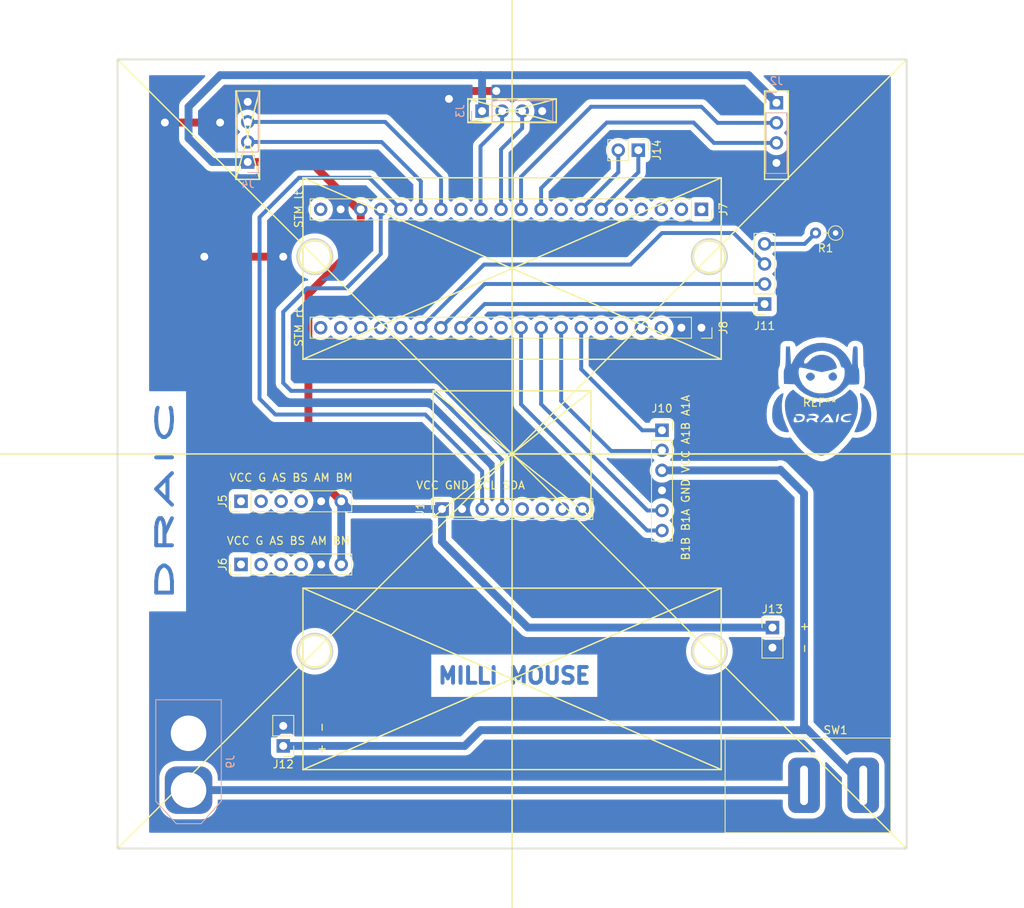
<source format=kicad_pcb>
(kicad_pcb (version 20211014) (generator pcbnew)
  (layers (0 "F.Cu" signal) (31 "B.Cu" signal) (34 "B.Paste" user) (35 "F.Paste" user) (36 "B.SilkS" user "B.Silkscreen") (37 "F.SilkS" user "F.Silkscreen") (38 "B.Mask" user) (39 "F.Mask" user) (44 "Edge.Cuts" user))
  (net 0 "")
  (net 1 "SDA")
  (net 2 "SCL")
  (net 3 "GND")
  (net 4 "VCC_5")
  (net 5 "BM_1")
  (net 6 "AM_1")
  (net 7 "BM_2")
  (net 8 "AM_2")
  (net 15 "TRIG_1")
  (net 17 "ECHO_1")
  (net 18 "TRIG_2")
  (net 20 "ECHO_2")
  (net 21 "TRIG_3")
  (net 28 "R")
  (net 29 "G")
  (net 30 "B")
  (net 36 "Net-(J9-Pad1)")
  (net 37 "VCC_12")
  (net 38 "Net-(J11-Pad4)")
  (net 39 "Net-(J14-Pad2)")
  (net 40 "Net-(J14-Pad1)")
  (net 41 "A1B")
  (net 42 "A1A")
  (net 43 "B1B")
  (net 44 "B1A")
  (net 49 "BS_1")
  (net 50 "AS_1")
  (net 51 "BS_2")
  (net 52 "AS_2")
  (net 53 "ECHO_3")
  (footprint "sche:DPDT_SW" (layer "F.Cu") (at 185 149)
    (fp_text reference "SW1" (at 4 -7 unlocked) (layer "F.SilkS"))
    (fp_text value "SW_DIP_x01")
    (fp_rect (start -10 -6) (end 11 6) (layer "F.SilkS") (width 0.12) (fill none))
    (pad "1" thru_hole roundrect (at 0 0) (size 4 7) (drill oval 1 5) (layers *.Cu *.Mask) (net 36 "Net-(J9-Pad1)"))
    (pad "2" thru_hole roundrect (at 7.5 0) (size 4 7) (drill oval 1 5) (layers *.Cu *.Mask) (net 37 "VCC_12"))
  )
  (footprint "Connector_PinHeader_2.54mm:PinHeader_1x02_P2.54mm_Vertical" (layer "F.Cu") (at 119 144 180)
    (fp_text reference "J12" (at 0 -2.33) (layer "F.SilkS"))
    (fp_text value "-  +")
    (fp_line (start -1.33 3.87) (end 1.33 3.87) (layer "F.SilkS") (width 0.12))
    (fp_line (start 1.33 1.27) (end 1.33 3.87) (layer "F.SilkS") (width 0.12))
    (fp_line (start -1.33 1.27) (end -1.33 3.87) (layer "F.SilkS") (width 0.12))
    (fp_line (start -1.33 1.27) (end 1.33 1.27) (layer "F.SilkS") (width 0.12))
    (fp_line (start -1.33 0) (end -1.33 -1.33) (layer "F.SilkS") (width 0.12))
    (fp_line (start -1.33 -1.33) (end 0 -1.33) (layer "F.SilkS") (width 0.12))
    (pad "1" thru_hole rect (at 0 0 180) (size 1.7 1.7) (drill 1) (layers *.Cu *.Mask) (net 37 "VCC_12"))
    (pad "2" thru_hole oval (at 0 2.54 180) (size 1.7 1.7) (drill 1) (layers *.Cu *.Mask) (net 3 "GND"))
  )
  (footprint "Connector_PinHeader_2.54mm:PinHeader_1x06_P2.54mm_Vertical" (layer "F.Cu") (at 113.65 113 90)
    (fp_text reference "J5" (at 0 -2.33 90) (layer "F.SilkS"))
    (fp_text value "VCC G AS BS AM BM" (at 3 6.35) (layer "F.SilkS"))
    (fp_line (start -1.33 -1.33) (end 0 -1.33) (layer "F.SilkS") (width 0.12))
    (fp_line (start 1.33 1.27) (end 1.33 14.03) (layer "F.SilkS") (width 0.12))
    (fp_line (start -1.33 14.03) (end 1.33 14.03) (layer "F.SilkS") (width 0.12))
    (fp_line (start -1.33 0) (end -1.33 -1.33) (layer "F.SilkS") (width 0.12))
    (fp_line (start -1.33 1.27) (end 1.33 1.27) (layer "F.SilkS") (width 0.12))
    (fp_line (start -1.33 1.27) (end -1.33 14.03) (layer "F.SilkS") (width 0.12))
    (pad "1" thru_hole rect (at 0 0 90) (size 1.7 1.7) (drill 1) (layers *.Cu *.Mask) (net 5 "BM_1"))
    (pad "2" thru_hole oval (at 0 2.54 90) (size 1.7 1.7) (drill 1) (layers *.Cu *.Mask) (net 6 "AM_1"))
    (pad "3" thru_hole oval (at 0 5.08 90) (size 1.7 1.7) (drill 1) (layers *.Cu *.Mask) (net 49 "BS_1"))
    (pad "4" thru_hole oval (at 0 7.62 90) (size 1.7 1.7) (drill 1) (layers *.Cu *.Mask) (net 50 "AS_1"))
    (pad "5" thru_hole oval (at 0 10.16 90) (size 1.7 1.7) (drill 1) (layers *.Cu *.Mask) (net 3 "GND"))
    (pad "6" thru_hole oval (at 0 12.7 90) (size 1.7 1.7) (drill 1) (layers *.Cu *.Mask) (net 4 "VCC_5"))
  )
  (footprint "Connector_PinHeader_2.54mm:PinHeader_1x02_P2.54mm_Vertical" (layer "F.Cu") (at 181 129)
    (fp_text reference "J13" (at 0 -2.33) (layer "F.SilkS"))
    (fp_text value "-  +")
    (fp_line (start 1.33 1.27) (end 1.33 3.87) (layer "F.SilkS") (width 0.12))
    (fp_line (start -1.33 -1.33) (end 0 -1.33) (layer "F.SilkS") (width 0.12))
    (fp_line (start -1.33 3.87) (end 1.33 3.87) (layer "F.SilkS") (width 0.12))
    (fp_line (start -1.33 1.27) (end -1.33 3.87) (layer "F.SilkS") (width 0.12))
    (fp_line (start -1.33 1.27) (end 1.33 1.27) (layer "F.SilkS") (width 0.12))
    (fp_line (start -1.33 0) (end -1.33 -1.33) (layer "F.SilkS") (width 0.12))
    (pad "1" thru_hole rect (at 0 0) (size 1.7 1.7) (drill 1) (layers *.Cu *.Mask) (net 4 "VCC_5"))
    (pad "2" thru_hole oval (at 0 2.54) (size 1.7 1.7) (drill 1) (layers *.Cu *.Mask) (net 3 "GND"))
  )
  (footprint "Connector_PinSocket_2.54mm:PinSocket_1x20_P2.54mm_Vertical" (layer "F.Cu") (at 172 76 -90)
    (fp_text reference "J7" (at 0 -2.77 90) (layer "F.SilkS"))
    (fp_text value "STM_lt" (at 0 51.03 90) (layer "F.SilkS"))
    (fp_line (start 1.33 1.27) (end 1.33 49.59) (layer "F.SilkS") (width 0.12))
    (fp_line (start -1.33 1.27) (end 1.33 1.27) (layer "F.SilkS") (width 0.12))
    (fp_line (start 1.33 -1.33) (end 1.33 0) (layer "F.SilkS") (width 0.12))
    (fp_line (start -1.33 1.27) (end -1.33 49.59) (layer "F.SilkS") (width 0.12))
    (fp_line (start 0 -1.33) (end 1.33 -1.33) (layer "F.SilkS") (width 0.12))
    (fp_line (start -1.33 49.59) (end 1.33 49.59) (layer "F.SilkS") (width 0.12))
    (pad "1" thru_hole rect (at 0 0 270) (size 1.7 1.7) (drill 1) (layers *.Cu *.Mask))
    (pad "2" thru_hole oval (at 0 2.54 270) (size 1.7 1.7) (drill 1) (layers *.Cu *.Mask))
    (pad "3" thru_hole oval (at 0 5.08 270) (size 1.7 1.7) (drill 1) (layers *.Cu *.Mask))
    (pad "4" thru_hole oval (at 0 7.62 270) (size 1.7 1.7) (drill 1) (layers *.Cu *.Mask))
    (pad "5" thru_hole oval (at 0 10.16 270) (size 1.7 1.7) (drill 1) (layers *.Cu *.Mask))
    (pad "6" thru_hole oval (at 0 12.7 270) (size 1.7 1.7) (drill 1) (layers *.Cu *.Mask) (net 40 "Net-(J14-Pad1)"))
    (pad "7" thru_hole oval (at 0 15.24 270) (size 1.7 1.7) (drill 1) (layers *.Cu *.Mask) (net 39 "Net-(J14-Pad2)"))
    (pad "8" thru_hole oval (at 0 17.78 270) (size 1.7 1.7) (drill 1) (layers *.Cu *.Mask))
    (pad "9" thru_hole oval (at 0 20.32 270) (size 1.7 1.7) (drill 1) (layers *.Cu *.Mask) (net 17 "ECHO_1"))
    (pad "10" thru_hole oval (at 0 22.86 270) (size 1.7 1.7) (drill 1) (layers *.Cu *.Mask) (net 15 "TRIG_1"))
    (pad "11" thru_hole oval (at 0 25.4 270) (size 1.7 1.7) (drill 1) (layers *.Cu *.Mask) (net 20 "ECHO_2"))
    (pad "12" thru_hole oval (at 0 27.94 270) (size 1.7 1.7) (drill 1) (layers *.Cu *.Mask) (net 18 "TRIG_2"))
    (pad "13" thru_hole oval (at 0 30.48 270) (size 1.7 1.7) (drill 1) (layers *.Cu *.Mask))
    (pad "14" thru_hole oval (at 0 33.02 270) (size 1.7 1.7) (drill 1) (layers *.Cu *.Mask) (net 53 "ECHO_3"))
    (pad "15" thru_hole oval (at 0 35.56 270) (size 1.7 1.7) (drill 1) (layers *.Cu *.Mask) (net 21 "TRIG_3"))
    (pad "16" thru_hole oval (at 0 38.1 270) (size 1.7 1.7) (drill 1) (layers *.Cu *.Mask) (net 2 "SCL"))
    (pad "17" thru_hole oval (at 0 40.64 270) (size 1.7 1.7) (drill 1) (layers *.Cu *.Mask) (net 1 "SDA"))
    (pad "18" thru_hole oval (at 0 43.18 270) (size 1.7 1.7) (drill 1) (layers *.Cu *.Mask) (net 4 "VCC_5"))
    (pad "19" thru_hole oval (at 0 45.72 270) (size 1.7 1.7) (drill 1) (layers *.Cu *.Mask) (net 3 "GND"))
    (pad "20" thru_hole oval (at 0 48.26 270) (size 1.7 1.7) (drill 1) (layers *.Cu *.Mask))
  )
  (footprint "Resistor_THT:R_Axial_DIN0204_L3.6mm_D1.6mm_P2.54mm_Vertical" (layer "F.Cu") (at 189 79 180)
    (fp_text reference "R1" (at 1.27 -1.92) (layer "F.SilkS"))
    (fp_text value "220")
    (fp_line (start 0.92 0) (end 1.54 0) (layer "F.SilkS") (width 0.12))
    (fp_circle (center 0 0) (end 0.92 0) (layer "F.SilkS") (width 0.12) (fill none))
    (pad "1" thru_hole circle (at 0 0 180) (size 1.4 1.4) (drill 0.7) (layers *.Cu *.Mask) (net 3 "GND"))
    (pad "2" thru_hole oval (at 2.54 0 180) (size 1.4 1.4) (drill 0.7) (layers *.Cu *.Mask) (net 38 "Net-(J11-Pad4)"))
  )
  (footprint "sche:draiclogo1" (layer "F.Cu") (at 187 101)
    (fp_text reference "REF**" (at 0 -0.5 unlocked) (layer "F.SilkS"))
    (fp_text value "draiclogo1")
    (fp_poly (pts (xy 1.290074 -7.955103) (xy 1.294054 -7.954069) (xy 2.018179 -7.680082) (xy 2.673959 -7.261492) (xy 3.239956 -6.716401) (xy 3.694727 -6.062914) (xy 3.818806 -5.822205) (xy 4.091014 -5.247521) (xy 4.133348 -6.348188) (xy 4.154298 -6.769505) (xy 4.181266 -7.133435) (xy 4.210984 -7.404401) (xy 4.240183 -7.546823) (xy 4.244178 -7.554688) (xy 4.383147 -7.644172) (xy 4.571916 -7.650157) (xy 4.726067 -7.577245) (xy 4.759289 -7.526597) (xy 4.777469 -7.397587) (xy 4.792824 -7.133011) (xy 4.804105 -6.766625) (xy 4.810065 -6.332189) (xy 4.810681 -6.136652) (xy 4.815975 -5.586566) (xy 4.832358 -5.195644) (xy 4.860578 -4.954034) (xy 4.901383 -4.851884) (xy 4.908606 -4.847991) (xy 4.948322 -4.755842) (xy 4.97999 -4.536046) (xy 5.002711 -4.230136) (xy 5.015586 -3.879646) (xy 5.017715 -3.526112) (xy 5.008198 -3.211067) (xy 4.986136 -2.976046) (xy 4.951593 -2.863509) (xy 4.837118 -2.828181) (xy 4.602529 -2.802363) (xy 4.296991 -2.791303) (xy 4.274259 -2.791217) (xy 3.667681 -2.790246) (xy 3.203201 -2.296244) (xy 2.925627 -2.023914) (xy 2.633528 -1.773443) (xy 2.3874 -1.596483) (xy 2.374669 -1.588893) (xy 1.720388 -1.289728) (xy 0.987609 -1.097085) (xy 0.237469 -1.022767) (xy -0.361862 -1.060498) (xy -1.162983 -1.258642) (xy -1.886019 -1.595223) (xy -2.512266 -2.060042) (xy -2.851652 -2.417722) (xy -3.190319 -2.827751) (xy -3.867652 -2.852303) (xy -4.544986 -2.876855) (xy -4.569227 -3.754858) (xy -4.574499 -4.197153) (xy -4.572459 -4.238667) (xy -2.697151 -4.238667) (xy -2.613973 -3.752346) (xy -2.433765 -3.255392) (xy -2.172681 -2.797137) (xy -1.97515 -2.551801) (xy -1.628452 -2.257389) (xy -1.18386 -1.989608) (xy -0.712184 -1.789672) (xy -0.613968 -1.759495) (xy -0.169983 -1.687231) (xy 0.354115 -1.682591) (xy 0.88544 -1.740637) (xy 1.351106 -1.856436) (xy 1.463581 -1.900167) (xy 2.060425 -2.23659) (xy 2.540172 -2.669149) (xy 2.89083 -3.178966) (xy 3.100406 -3.747164) (xy 3.156908 -4.354865) (xy 3.142169 -4.542458) (xy 3.102262 -4.790809) (xy 3.042971 -4.912466) (xy 2.939156 -4.949971) (xy 2.900615 -4.951188) (xy 2.751904 -4.99343) (xy 2.667378 -5.148605) (xy 2.648076 -5.226355) (xy 2.448335 -5.768486) (xy 2.112406 -6.241305) (xy 1.665958 -6.625246) (xy 1.134665 -6.900742) (xy 0.544198 -7.048228) (xy 0.231917 -7.067855) (xy -0.299872 -7.004523) (xy -0.829878 -6.82977) (xy -1.312549 -6.566458) (xy -1.702336 -6.23745) (xy -1.878579 -6.008562) (xy -1.999966 -5.737103) (xy -1.997926 -5.551303) (xy -1.900155 -5.46043) (xy -1.73435 -5.473749) (xy -1.528206 -5.600527) (xy -1.327553 -5.824195) (xy -0.968096 -6.190072) (xy -0.521508 -6.437225) (xy -0.022556 -6.564123) (xy 0.493993 -6.569234) (xy 0.993371 -6.451029) (xy 1.440811 -6.207977) (xy 1.708687 -5.957863) (xy 1.895963 -5.694351) (xy 2.043413 -5.404874) (xy 2.134419 -5.134278) (xy 2.152363 -4.927407) (xy 2.119084 -4.850392) (xy 2.007713 -4.799964) (xy 1.768414 -4.725595) (xy 1.438963 -4.638211) (xy 1.139825 -4.567166) (xy 0.240534 -4.363908) (xy -1.009226 -4.652086) (xy -1.556389 -4.778936) (xy -1.960658 -4.870821) (xy -2.244783 -4.927919) (xy -2.431516 -4.950406) (xy -2.543609 -4.938461) (xy -2.603812 -4.892262) (xy -2.634879 -4.811985) (xy -2.659559 -4.697808) (xy -2.667147 -4.665023) (xy -2.697151 -4.238667) (xy -4.572459 -4.238667) (xy -4.559423 -4.503929) (xy -4.520821 -4.708128) (xy -4.465633 -4.827961) (xy -4.411548 -4.955333) (xy -4.371462 -5.16435) (xy -4.342974 -5.478701) (xy -4.323685 -5.92208) (xy -4.314392 -6.320624) (xy -4.290986 -7.618188) (xy -3.782986 -7.618188) (xy -3.729861 -6.729188) (xy -3.706225 -6.323241) (xy -3.68555 -5.949213) (xy -3.670669 -5.659305) (xy -3.665561 -5.543855) (xy -3.655745 -5.414223) (xy -3.629591 -5.374033) (xy -3.572926 -5.439312) (xy -3.471575 -5.626086) (xy -3.317945 -5.936895) (xy -2.905744 -6.597009) (xy -2.377403 -7.14811) (xy -1.753388 -7.581245) (xy -1.054167 -7.887464) (xy -0.300205 -8.057814) (xy 0.48803 -8.083344)) (layer "B.Cu") (width 0) (fill solid))
    (fp_poly (pts (xy 3.946367 -2.092883) (xy 4.139896 -1.926842) (xy 4.350726 -1.699375) (xy 4.541418 -1.450793) (xy 4.672539 -1.225855) (xy 4.784346 -0.842492) (xy 4.83793 -0.349137) (xy 4.833915 0.205424) (xy 4.772927 0.772406) (xy 4.655591 1.303021) (xy 4.639456 1.356479) (xy 4.235985 2.370932) (xy 3.668838 3.349036) (xy 2.940511 4.287006) (xy 2.213374 5.034208) (xy 1.703605 5.472679) (xy 1.211244 5.82328) (xy 0.75965 6.072201) (xy 0.372178 6.205636) (xy 0.199448 6.224812) (xy -0.030265 6.186556) (xy -0.32217 6.088916) (xy -0.485529 6.015829) (xy -1.049556 5.66947) (xy -1.637799 5.192438) (xy -2.222719 4.61529) (xy -2.776778 3.968585) (xy -3.272438 3.28288) (xy -3.682162 2.588732) (xy -3.811337 2.32532) (xy -4.03205 1.7966) (xy -3.317319 1.7966) (xy -3.309851 1.91042) (xy -3.262238 1.971583) (xy -3.136668 1.99213) (xy -2.895328 1.9841) (xy -2.755673 1.975442) (xy -2.427959 1.943719) (xy -2.220157 1.889469) (xy -2.082979 1.796877) (xy -2.048671 1.758645) (xy -1.69311 1.758645) (xy -1.666552 1.938908) (xy -1.569443 1.996612) (xy -1.457551 1.919146) (xy -1.412319 1.822145) (xy -1.29435 1.683595) (xy -1.123403 1.652812) (xy -0.889854 1.712824) (xy -0.734986 1.822145) (xy -0.56377 1.95073) (xy -0.42553 1.991479) (xy -0.333752 1.964739) (xy 0.079859 1.964739) (xy 0.135748 1.99139) (xy 0.142153 1.991479) (xy 0.290404 1.930386) (xy 0.484884 1.774228) (xy 0.600039 1.652812) (xy 0.810924 1.425943) (xy 0.955046 1.333045) (xy 1.059916 1.367425) (xy 1.151366 1.518694) (xy 1.186537 1.693908) (xy 1.085624 1.791324) (xy 0.836754 1.822131) (xy 0.82942 1.822145) (xy 0.670233 1.862654) (xy 0.619681 1.906812) (xy 0.667234 1.95395) (xy 0.868655 1.982887) (xy 1.164209 1.991479) (xy 1.761065 1.991479) (xy 1.67515 1.836162) (xy 2.03009 1.836162) (xy 2.048361 1.957197) (xy 2.119305 1.991336) (xy 2.12734 1.991479) (xy 2.23905 1.916914) (xy 2.303391 1.758645) (xy 2.353336 1.493768) (xy 2.645634 1.493768) (xy 2.680289 1.723375) (xy 2.85347 1.889511) (xy 2.89196 1.906928) (xy 3.152131 1.970634) (xy 3.445037 1.984185) (xy 3.706599 1.950334) (xy 3.872735 1.87183) (xy 3.879304 1.86453) (xy 3.930442 1.779896) (xy 3.860421 1.76392) (xy 3.741505 1.782268) (xy 3.457936 1.792676) (xy 3.196977 1.733928) (xy 3.013341 1.623582) (xy 2.961241 1.531896) (xy 2.979255 1.357548) (xy 3.123898 1.238898) (xy 3.412093 1.165015) (xy 3.557225 1.146966) (xy 3.827641 1.098513) (xy 3.992678 1.030813) (xy 4.038406 0.962807) (xy 3.950897 0.913435) (xy 3.738236 0.900829) (xy 3.307276 0.939584) (xy 3.005114 1.032674) (xy 2.796541 1.192293) (xy 2.757528 1.240471) (xy 2.645634 1.493768) (xy 2.353336 1.493768) (xy 2.378769 1.358889) (xy 2.416647 1.098515) (xy 2.418902 0.952212) (xy 2.387413 0.894673) (xy 2.367749 0.890812) (xy 2.240944 0.973773) (xy 2.135247 1.217714) (xy 2.057757 1.589312) (xy 2.03009 1.836162) (xy 1.67515 1.836162) (xy 1.468352 1.462312) (xy 1.309358 1.197759) (xy 1.167119 1.000788) (xy 1.070921 0.911662) (xy 1.066993 0.910568) (xy 0.9652 0.959752) (xy 0.786401 1.110426) (xy 0.562541 1.334449) (xy 0.46625 1.439734) (xy 0.23354 1.708607) (xy 0.108599 1.877044) (xy 0.079859 1.964739) (xy -0.333752 1.964739) (xy -0.287565 1.951282) (xy -0.299509 1.840215) (xy -0.367539 1.757792) (xy -0.405837 1.657943) (xy -0.30905 1.533954) (xy -0.268754 1.500046) (xy -0.138347 1.33078) (xy -0.149592 1.172506) (xy -0.274819 1.038258) (xy -0.486359 0.941069) (xy -0.756542 0.893975) (xy -1.057698 0.910009) (xy -1.343307 0.993857) (xy -1.459393 1.049628) (xy -1.473829 1.085184) (xy -1.365842 1.11039) (xy -1.114656 1.135112) (xy -1.031319 1.142023) (xy -0.714949 1.178777) (xy -0.540745 1.229667) (xy -0.481631 1.303162) (xy -0.480986 1.314145) (xy -0.524097 1.387592) (xy -0.671986 1.438213) (xy -0.952488 1.473963) (xy -1.073652 1.483479) (xy -1.38383 1.509295) (xy -1.56349 1.54269) (xy -1.65118 1.600787) (xy -1.685447 1.700708) (xy -1.69311 1.758645) (xy -2.048671 1.758645) (xy -2.036006 1.744532) (xy -1.906214 1.497571) (xy -1.890636 1.253585) (xy -1.992361 1.070623) (xy -2.203028 0.971811) (xy -2.490637 0.92309) (xy -2.780912 0.928946) (xy -2.999575 0.993865) (xy -3.020986 1.008492) (xy -3.107186 1.084819) (xy -3.092793 1.12415) (xy -2.95264 1.139186) (xy -2.756186 1.142119) (xy -2.40687 1.177708) (xy -2.209784 1.277998) (xy -2.167318 1.441181) (xy -2.210073 1.555851) (xy -2.352305 1.688776) (xy -2.572123 1.781981) (xy -2.790549 1.809377) (xy -2.89192 1.781089) (xy -2.959087 1.663291) (xy -2.978652 1.520815) (xy -3.020404 1.358996) (xy -3.096594 1.314145) (xy -3.230202 1.391653) (xy -3.304816 1.610331) (xy -3.317319 1.7966) (xy -4.03205 1.7966) (xy -4.106693 1.617791) (xy -4.299536 0.986517) (xy -4.401927 0.38306) (xy -4.42684 -0.147111) (xy -4.416732 -0.532495) (xy -4.379178 -0.816181) (xy -4.30031 -1.06526) (xy -4.18727 -1.306067) (xy -3.997759 -1.611456) (xy -3.780367 -1.866572) (xy -3.664009 -1.963735) (xy -3.378795 -2.155941) (xy -3.054415 -1.862883) (xy -2.427567 -1.375488) (xy -1.744718 -0.982397) (xy -1.285319 -0.790428) (xy -0.72529 -0.653551) (xy -0.075039 -0.588029) (xy 0.602064 -0.593928) (xy 1.242645 -0.671309) (xy 1.694138 -0.78743) (xy 2.207228 -1.004093) (xy 2.723956 -1.291646) (xy 3.18507 -1.613716) (xy 3.493021 -1.89169) (xy 3.660072 -2.055053) (xy 3.782929 -2.148597) (xy 3.807575 -2.157188)) (layer "B.Cu") (width 0) (fill solid))
    (fp_poly (pts (xy -0.837155 -4.187829) (xy -0.649099 -3.960895) (xy -0.625688 -3.720482) (xy -0.767103 -3.489278) (xy -0.831071 -3.433333) (xy -1.100394 -3.282895) (xy -1.342068 -3.293201) (xy -1.585333 -3.465505) (xy -1.585501 -3.465673) (xy -1.754809 -3.684599) (xy -1.7735 -3.878451) (xy -1.64573 -4.090848) (xy -1.645152 -4.091532) (xy -1.392478 -4.283877) (xy -1.112463 -4.316157)) (layer "B.Cu") (width 0) (fill solid))
    (fp_poly (pts (xy 5.186253 -1.697268) (xy 5.364914 -1.626251) (xy 5.397149 -1.61006) (xy 5.73363 -1.348522) (xy 6.02622 -0.949755) (xy 6.262478 -0.442919) (xy 6.429958 0.142826) (xy 6.516219 0.778322) (xy 6.525159 1.033328) (xy 6.472368 1.690504) (xy 6.302381 2.228357) (xy 6.011023 2.653659) (xy 5.594123 2.973179) (xy 5.228963 3.136261) (xy 4.933326 3.218779) (xy 4.665515 3.256538) (xy 4.469094 3.247118) (xy 4.387629 3.188099) (xy 4.387348 3.182995) (xy 4.420805 3.073924) (xy 4.509645 2.854088) (xy 4.636568 2.565662) (xy 4.674793 2.482212) (xy 5.045895 1.529312) (xy 5.258086 0.622751) (xy 5.310955 -0.234647) (xy 5.204092 -1.040062) (xy 5.193439 -1.08332) (xy 5.127036 -1.374378) (xy 5.089818 -1.595578) (xy 5.089296 -1.701613) (xy 5.090667 -1.703397)) (layer "B.Cu") (width 0) (fill solid))
    (fp_poly (pts (xy -4.617185 -1.707277) (xy -4.612365 -1.607469) (xy -4.645321 -1.391935) (xy -4.70584 -1.120244) (xy -4.82593 -0.299201) (xy -4.789147 0.565096) (xy -4.59759 1.457574) (xy -4.253357 2.363164) (xy -4.207008 2.46138) (xy -4.068107 2.760832) (xy -3.963945 3.005705) (xy -3.912505 3.153085) (xy -3.909986 3.170197) (xy -3.983552 3.235325) (xy -4.175666 3.251552) (xy -4.443455 3.221124) (xy -4.744044 3.14629) (xy -4.813975 3.122798) (xy -5.169215 2.926329) (xy -5.510657 2.617375) (xy -5.789189 2.249059) (xy -5.95058 1.893319) (xy -6.025066 1.464877) (xy -6.045703 0.947856) (xy -6.013926 0.413733) (xy -5.931173 -0.066019) (xy -5.909593 -0.145857) (xy -5.739542 -0.581333) (xy -5.5 -1) (xy -5.224086 -1.352591) (xy -4.944921 -1.589837) (xy -4.934875 -1.595811) (xy -4.747705 -1.687308) (xy -4.628444 -1.712793)) (layer "B.Cu") (width 0) (fill solid))
    (fp_poly (pts (xy 1.784728 -4.334372) (xy 1.910848 -4.271195) (xy 2.100238 -4.086418) (xy 2.182817 -3.839371) (xy 2.152458 -3.588761) (xy 2.003038 -3.393296) (xy 2.002473 -3.3929) (xy 1.76372 -3.278385) (xy 1.520601 -3.296285) (xy 1.358674 -3.362011) (xy 1.183663 -3.523949) (xy 1.098852 -3.75574) (xy 1.128816 -3.982744) (xy 1.144744 -4.011793) (xy 1.278745 -4.151638) (xy 1.453544 -4.273855) (xy 1.633494 -4.35362)) (layer "B.Cu") (width 0) (fill solid))
  )
  (footprint "Connector_PinSocket_2.54mm:PinSocket_1x06_P2.54mm_Vertical" (layer "F.Cu") (at 167 104)
    (fp_text reference "J10" (at 0 -2.77) (layer "F.SilkS"))
    (fp_text value "B1B B1A GND VCC A1B A1A" (at 3 6 90) (layer "F.SilkS"))
    (fp_line (start -1.33 14.03) (end 1.33 14.03) (layer "F.SilkS") (width 0.12))
    (fp_line (start 1.33 1.27) (end 1.33 14.03) (layer "F.SilkS") (width 0.12))
    (fp_line (start -1.33 1.27) (end -1.33 14.03) (layer "F.SilkS") (width 0.12))
    (fp_line (start 1.33 -1.33) (end 1.33 0) (layer "F.SilkS") (width 0.12))
    (fp_line (start -1.33 1.27) (end 1.33 1.27) (layer "F.SilkS") (width 0.12))
    (fp_line (start 0 -1.33) (end 1.33 -1.33) (layer "F.SilkS") (width 0.12))
    (pad "1" thru_hole rect (at 0 0) (size 1.7 1.7) (drill 1) (layers *.Cu *.Mask) (net 44 "B1A"))
    (pad "2" thru_hole oval (at 0 2.54) (size 1.7 1.7) (drill 1) (layers *.Cu *.Mask) (net 43 "B1B"))
    (pad "3" thru_hole oval (at 0 5.08) (size 1.7 1.7) (drill 1) (layers *.Cu *.Mask) (net 37 "VCC_12"))
    (pad "4" thru_hole oval (at 0 7.62) (size 1.7 1.7) (drill 1) (layers *.Cu *.Mask) (net 3 "GND"))
    (pad "5" thru_hole oval (at 0 10.16) (size 1.7 1.7) (drill 1) (layers *.Cu *.Mask) (net 42 "A1A"))
    (pad "6" thru_hole oval (at 0 12.7) (size 1.7 1.7) (drill 1) (layers *.Cu *.Mask) (net 41 "A1B"))
  )
  (footprint "Connector_PinHeader_2.54mm:PinHeader_1x02_P2.54mm_Vertical" (layer "F.Cu") (at 164 68.5 -90)
    (fp_text reference "J14" (at 0 -2.33 90) (layer "F.SilkS"))
    (fp_text value "RX TX")
    (fp_line (start -1.33 0) (end -1.33 -1.33) (layer "F.SilkS") (width 0.12))
    (fp_line (start -1.33 3.87) (end 1.33 3.87) (layer "F.SilkS") (width 0.12))
    (fp_line (start -1.33 1.27) (end -1.33 3.87) (layer "F.SilkS") (width 0.12))
    (fp_line (start -1.33 1.27) (end 1.33 1.27) (layer "F.SilkS") (width 0.12))
    (fp_line (start 1.33 1.27) (end 1.33 3.87) (layer "F.SilkS") (width 0.12))
    (fp_line (start -1.33 -1.33) (end 0 -1.33) (layer "F.SilkS") (width 0.12))
    (pad "1" thru_hole rect (at 0 0 270) (size 1.7 1.7) (drill 1) (layers *.Cu *.Mask) (net 40 "Net-(J14-Pad1)"))
    (pad "2" thru_hole oval (at 0 2.54 270) (size 1.7 1.7) (drill 1) (layers *.Cu *.Mask) (net 39 "Net-(J14-Pad2)"))
  )
  (footprint "Connector_PinSocket_2.54mm:PinSocket_1x08_P2.54mm_Vertical" (layer "F.Cu") (at 139.125 113.975 90)
    (fp_text reference "J1" (at 0 -2.77 90) (layer "F.SilkS"))
    (fp_text value "VCC GND SCL SDA " (at 3 4 180) (layer "F.SilkS"))
    (fp_line (start -1.33 19.11) (end 1.33 19.11) (layer "F.SilkS") (width 0.12))
    (fp_line (start -1.33 1.27) (end 1.33 1.27) (layer "F.SilkS") (width 0.12))
    (fp_line (start -1.33 1.27) (end -1.33 19.11) (layer "F.SilkS") (width 0.12))
    (fp_line (start 0 -1.33) (end 1.33 -1.33) (layer "F.SilkS") (width 0.12))
    (fp_line (start 1.33 -1.33) (end 1.33 0) (layer "F.SilkS") (width 0.12))
    (fp_line (start 1.33 1.27) (end 1.33 19.11) (layer "F.SilkS") (width 0.12))
    (pad "1" thru_hole rect (at 0 0 90) (size 1.7 1.7) (drill 1) (layers *.Cu *.Mask) (net 4 "VCC_5"))
    (pad "2" thru_hole oval (at 0 2.54 90) (size 1.7 1.7) (drill 1) (layers *.Cu *.Mask) (net 3 "GND"))
    (pad "3" thru_hole oval (at 0 5.08 90) (size 1.7 1.7) (drill 1) (layers *.Cu *.Mask) (net 2 "SCL"))
    (pad "4" thru_hole oval (at 0 7.62 90) (size 1.7 1.7) (drill 1) (layers *.Cu *.Mask) (net 1 "SDA"))
    (pad "5" thru_hole oval (at 0 10.16 90) (size 1.7 1.7) (drill 1) (layers *.Cu *.Mask))
    (pad "6" thru_hole oval (at 0 12.7 90) (size 1.7 1.7) (drill 1) (layers *.Cu *.Mask))
    (pad "7" thru_hole oval (at 0 15.24 90) (size 1.7 1.7) (drill 1) (layers *.Cu *.Mask))
    (pad "8" thru_hole oval (at 0 17.78 90) (size 1.7 1.7) (drill 1) (layers *.Cu *.Mask))
  )
  (footprint "Connector_PinSocket_2.54mm:PinSocket_1x20_P2.54mm_Vertical" (layer "F.Cu") (at 172 91 -90)
    (fp_text reference "J8" (at 0 -2.77 90) (layer "F.SilkS"))
    (fp_text value "STM_rt" (at 0 51.03 90) (layer "F.SilkS"))
    (fp_line (start -1.33 49.59) (end 1.33 49.59) (layer "F.SilkS") (width 0.12))
    (fp_line (start 1.33 -1.33) (end 1.33 0) (layer "F.SilkS") (width 0.12))
    (fp_line (start -1.33 1.27) (end -1.33 49.59) (layer "F.SilkS") (width 0.12))
    (fp_line (start 0 -1.33) (end 1.33 -1.33) (layer "F.SilkS") (width 0.12))
    (fp_line (start -1.33 1.27) (end 1.33 1.27) (layer "F.SilkS") (width 0.12))
    (fp_line (start 1.33 1.27) (end 1.33 49.59) (layer "F.SilkS") (width 0.12))
    (pad "1" thru_hole rect (at 0 0 270) (size 1.7 1.7) (drill 1) (layers *.Cu *.Mask) (net 3 "GND"))
    (pad "2" thru_hole oval (at 0 2.54 270) (size 1.7 1.7) (drill 1) (layers *.Cu *.Mask) (net 3 "GND"))
    (pad "3" thru_hole oval (at 0 5.08 270) (size 1.7 1.7) (drill 1) (layers *.Cu *.Mask))
    (pad "4" thru_hole oval (at 0 7.62 270) (size 1.7 1.7) (drill 1) (layers *.Cu *.Mask))
    (pad "5" thru_hole oval (at 0 10.16 270) (size 1.7 1.7) (drill 1) (layers *.Cu *.Mask))
    (pad "6" thru_hole oval (at 0 12.7 270) (size 1.7 1.7) (drill 1) (layers *.Cu *.Mask))
    (pad "7" thru_hole oval (at 0 15.24 270) (size 1.7 1.7) (drill 1) (layers *.Cu *.Mask) (net 44 "B1A"))
    (pad "8" thru_hole oval (at 0 17.78 270) (size 1.7 1.7) (drill 1) (layers *.Cu *.Mask) (net 43 "B1B"))
    (pad "9" thru_hole oval (at 0 20.32 270) (size 1.7 1.7) (drill 1) (layers *.Cu *.Mask) (net 42 "A1A"))
    (pad "10" thru_hole oval (at 0 22.86 270) (size 1.7 1.7) (drill 1) (layers *.Cu *.Mask) (net 41 "A1B"))
    (pad "11" thru_hole oval (at 0 25.4 270) (size 1.7 1.7) (drill 1) (layers *.Cu *.Mask))
    (pad "12" thru_hole oval (at 0 27.94 270) (size 1.7 1.7) (drill 1) (layers *.Cu *.Mask))
    (pad "13" thru_hole oval (at 0 30.48 270) (size 1.7 1.7) (drill 1) (layers *.Cu *.Mask) (net 28 "R"))
    (pad "14" thru_hole oval (at 0 33.02 270) (size 1.7 1.7) (drill 1) (layers *.Cu *.Mask) (net 29 "G"))
    (pad "15" thru_hole oval (at 0 35.56 270) (size 1.7 1.7) (drill 1) (layers *.Cu *.Mask) (net 30 "B"))
    (pad "16" thru_hole oval (at 0 38.1 270) (size 1.7 1.7) (drill 1) (layers *.Cu *.Mask))
    (pad "17" thru_hole oval (at 0 40.64 270) (size 1.7 1.7) (drill 1) (layers *.Cu *.Mask))
    (pad "18" thru_hole oval (at 0 43.18 270) (size 1.7 1.7) (drill 1) (layers *.Cu *.Mask))
    (pad "19" thru_hole oval (at 0 45.72 270) (size 1.7 1.7) (drill 1) (layers *.Cu *.Mask))
    (pad "20" thru_hole oval (at 0 48.26 270) (size 1.7 1.7) (drill 1) (layers *.Cu *.Mask))
  )
  (footprint "Connector_PinHeader_2.54mm:PinHeader_1x06_P2.54mm_Vertical" (layer "F.Cu") (at 113.65 121 90)
    (fp_text reference "J6" (at 0 -2.33 90) (layer "F.SilkS"))
    (fp_text value "VCC G AS BS AM BM" (at 3 6) (layer "F.SilkS"))
    (fp_line (start -1.33 1.27) (end 1.33 1.27) (layer "F.SilkS") (width 0.12))
    (fp_line (start -1.33 1.27) (end -1.33 14.03) (layer "F.SilkS") (width 0.12))
    (fp_line (start -1.33 -1.33) (end 0 -1.33) (layer "F.SilkS") (width 0.12))
    (fp_line (start 1.33 1.27) (end 1.33 14.03) (layer "F.SilkS") (width 0.12))
    (fp_line (start -1.33 0) (end -1.33 -1.33) (layer "F.SilkS") (width 0.12))
    (fp_line (start -1.33 14.03) (end 1.33 14.03) (layer "F.SilkS") (width 0.12))
    (pad "1" thru_hole rect (at 0 0 90) (size 1.7 1.7) (drill 1) (layers *.Cu *.Mask) (net 7 "BM_2"))
    (pad "2" thru_hole oval (at 0 2.54 90) (size 1.7 1.7) (drill 1) (layers *.Cu *.Mask) (net 8 "AM_2"))
    (pad "3" thru_hole oval (at 0 5.08 90) (size 1.7 1.7) (drill 1) (layers *.Cu *.Mask) (net 51 "BS_2"))
    (pad "4" thru_hole oval (at 0 7.62 90) (size 1.7 1.7) (drill 1) (layers *.Cu *.Mask) (net 52 "AS_2"))
    (pad "5" thru_hole oval (at 0 10.16 90) (size 1.7 1.7) (drill 1) (layers *.Cu *.Mask) (net 3 "GND"))
    (pad "6" thru_hole oval (at 0 12.7 90) (size 1.7 1.7) (drill 1) (layers *.Cu *.Mask) (net 4 "VCC_5"))
  )
  (footprint "Connector_PinSocket_2.54mm:PinSocket_1x04_P2.54mm_Vertical" (layer "F.Cu") (at 180 88 180)
    (fp_text reference "J11" (at 0 -2.77) (layer "F.SilkS"))
    (fp_text value "RGB")
    (fp_line (start 0 -1.33) (end 1.33 -1.33) (layer "F.SilkS") (width 0.12))
    (fp_line (start 1.33 1.27) (end 1.33 8.95) (layer "F.SilkS") (width 0.12))
    (fp_line (start -1.33 1.27) (end -1.33 8.95) (layer "F.SilkS") (width 0.12))
    (fp_line (start -1.33 8.95) (end 1.33 8.95) (layer "F.SilkS") (width 0.12))
    (fp_line (start -1.33 1.27) (end 1.33 1.27) (layer "F.SilkS") (width 0.12))
    (fp_line (start 1.33 -1.33) (end 1.33 0) (layer "F.SilkS") (width 0.12))
    (pad "1" thru_hole rect (at 0 0 180) (size 1.7 1.7) (drill 1) (layers *.Cu *.Mask) (net 28 "R"))
    (pad "2" thru_hole oval (at 0 2.54 180) (size 1.7 1.7) (drill 1) (layers *.Cu *.Mask) (net 29 "G"))
    (pad "3" thru_hole oval (at 0 5.08 180) (size 1.7 1.7) (drill 1) (layers *.Cu *.Mask) (net 30 "B"))
    (pad "4" thru_hole oval (at 0 7.62 180) (size 1.7 1.7) (drill 1) (layers *.Cu *.Mask) (net 38 "Net-(J11-Pad4)"))
  )
  (footprint "Connector_AMASS:AMASS_XT60-M_1x02_P7.20mm_Vertical" (layer "B.Cu") (at 107 149.6 90)
    (fp_text reference "J9" (at 3.6 5.3 90) (layer "B.SilkS") (effects (justify mirror)))
    (fp_text value "XT60")
    (fp_line (start 11.45 -4.15) (end 11.45 4.15) (layer "B.SilkS") (width 0.12))
    (fp_line (start -4.25 -1.55) (end -1.4 -4.15) (layer "B.SilkS") (width 0.12))
    (fp_line (start -1.4 4.15) (end -4.25 1.6) (layer "B.SilkS") (width 0.12))
    (fp_line (start 11.45 4.15) (end -1.4 4.15) (layer "B.SilkS") (width 0.12))
    (fp_line (start -1.4 -4.15) (end 11.45 -4.15) (layer "B.SilkS") (width 0.12))
    (fp_line (start -4.25 1.6) (end -4.25 -1.55) (layer "B.SilkS") (width 0.12))
    (pad "1" thru_hole roundrect (at 0 0 90) (size 6 6) (drill 4.5) (layers *.Cu *.Mask) (net 36 "Net-(J9-Pad1)"))
    (pad "2" thru_hole circle (at 7.2 0 90) (size 6 6) (drill 4.5) (layers *.Cu *.Mask) (net 3 "GND"))
  )
  (footprint "Connector_PinSocket_2.54mm:PinSocket_1x04_P2.54mm_Vertical" (layer "B.Cu") (at 181.5 62.5 180)
    (fp_text reference "J2" (at 0 2.77) (layer "B.SilkS") (effects (justify mirror)))
    (fp_text value "US_1")
    (fp_line (start -1.33 -1.27) (end 1.33 -1.27) (layer "B.SilkS") (width 0.12))
    (fp_line (start 0 1.33) (end 1.33 1.33) (layer "B.SilkS") (width 0.12))
    (fp_line (start -1.33 -8.95) (end 1.33 -8.95) (layer "B.SilkS") (width 0.12))
    (fp_line (start 1.33 1.33) (end 1.33 0) (layer "B.SilkS") (width 0.12))
    (fp_line (start -1.33 -1.27) (end -1.33 -8.95) (layer "B.SilkS") (width 0.12))
    (fp_line (start 1.33 -1.27) (end 1.33 -8.95) (layer "B.SilkS") (width 0.12))
    (pad "1" thru_hole rect (at 0 0 180) (size 1.7 1.7) (drill 1) (layers *.Cu *.Mask) (net 4 "VCC_5"))
    (pad "2" thru_hole oval (at 0 -2.54 180) (size 1.7 1.7) (drill 1) (layers *.Cu *.Mask) (net 15 "TRIG_1"))
    (pad "3" thru_hole oval (at 0 -5.08 180) (size 1.7 1.7) (drill 1) (layers *.Cu *.Mask) (net 17 "ECHO_1"))
    (pad "4" thru_hole oval (at 0 -7.62 180) (size 1.7 1.7) (drill 1) (layers *.Cu *.Mask) (net 3 "GND"))
  )
  (footprint "Connector_PinSocket_2.54mm:PinSocket_1x04_P2.54mm_Vertical" (layer "B.Cu") (at 144.2 63.55 -90)
    (fp_text reference "J3" (at 0 2.77 90) (layer "B.SilkS") (effects (justify mirror)))
    (fp_text value "US_2")
    (fp_line (start 1.33 1.33) (end 1.33 0) (layer "B.SilkS") (width 0.12))
    (fp_line (start -1.33 -1.27) (end 1.33 -1.27) (layer "B.SilkS") (width 0.12))
    (fp_line (start -1.33 -8.95) (end 1.33 -8.95) (layer "B.SilkS") (width 0.12))
    (fp_line (start -1.33 -1.27) (end -1.33 -8.95) (layer "B.SilkS") (width 0.12))
    (fp_line (start 1.33 -1.27) (end 1.33 -8.95) (layer "B.SilkS") (width 0.12))
    (fp_line (start 0 1.33) (end 1.33 1.33) (layer "B.SilkS") (width 0.12))
    (pad "1" thru_hole rect (at 0 0 270) (size 1.7 1.7) (drill 1) (layers *.Cu *.Mask) (net 4 "VCC_5"))
    (pad "2" thru_hole oval (at 0 -2.54 270) (size 1.7 1.7) (drill 1) (layers *.Cu *.Mask) (net 18 "TRIG_2"))
    (pad "3" thru_hole oval (at 0 -5.08 270) (size 1.7 1.7) (drill 1) (layers *.Cu *.Mask) (net 20 "ECHO_2"))
    (pad "4" thru_hole oval (at 0 -7.62 270) (size 1.7 1.7) (drill 1) (layers *.Cu *.Mask) (net 3 "GND"))
  )
  (footprint "Connector_PinSocket_2.54mm:PinSocket_1x04_P2.54mm_Vertical" (layer "B.Cu") (at 114.5 70)
    (fp_text reference "J4" (at 0 2.77) (layer "B.SilkS") (effects (justify mirror)))
    (fp_text value "US_3")
    (fp_line (start -1.33 -8.95) (end 1.33 -8.95) (layer "B.SilkS") (width 0.12))
    (fp_line (start -1.33 -1.27) (end -1.33 -8.95) (layer "B.SilkS") (width 0.12))
    (fp_line (start 1.33 1.33) (end 1.33 0) (layer "B.SilkS") (width 0.12))
    (fp_line (start 1.33 -1.27) (end 1.33 -8.95) (layer "B.SilkS") (width 0.12))
    (fp_line (start 0 1.33) (end 1.33 1.33) (layer "B.SilkS") (width 0.12))
    (fp_line (start -1.33 -1.27) (end 1.33 -1.27) (layer "B.SilkS") (width 0.12))
    (pad "1" thru_hole rect (at 0 0) (size 1.7 1.7) (drill 1) (layers *.Cu *.Mask) (net 4 "VCC_5"))
    (pad "2" thru_hole oval (at 0 -2.54) (size 1.7 1.7) (drill 1) (layers *.Cu *.Mask) (net 21 "TRIG_3"))
    (pad "3" thru_hole oval (at 0 -5.08) (size 1.7 1.7) (drill 1) (layers *.Cu *.Mask) (net 53 "ECHO_3"))
    (pad "4" thru_hole oval (at 0 -7.62) (size 1.7 1.7) (drill 1) (layers *.Cu *.Mask) (net 3 "GND"))
  )
  (gr_line (start 180 61) (end 180 72.2) (layer "F.SilkS") (width 0.18))
  (gr_line (start 113 72.2) (end 116 61) (layer "F.SilkS") (width 0.18))
  (gr_line (start 121.5 147) (end 174.5 147) (layer "F.SilkS") (width 0.18))
  (gr_line (start 113 72.2) (end 116 72.2) (layer "F.SilkS") (width 0.18))
  (gr_line (start 183 72.2) (end 180 72.2) (layer "F.SilkS") (width 0.18))
  (gr_line (start 158 99) (end 158 115) (layer "F.SilkS") (width 0.18))
  (gr_line (start 98 157) (end 198 57) (layer "F.SilkS") (width 0.18))
  (gr_line (start 98 57) (end 198 157) (layer "F.SilkS") (width 0.18))
  (gr_line (start 142.4 62) (end 153.6 65) (layer "F.SilkS") (width 0.18))
  (gr_circle (center 148 83.5) (end 148.01 83.5) (layer "F.SilkS") (width 0.0001) (fill solid))
  (gr_circle (center 148 63.5) (end 148.01 63.5) (layer "F.SilkS") (width 0.0001) (fill solid))
  (gr_circle (center 123 132) (end 125 132) (layer "F.SilkS") (width 0.18) (fill none))
  (gr_line (start 98 57) (end 98 157) (layer "F.SilkS") (width 0.18))
  (gr_circle (center 148 107) (end 148.01 107) (layer "F.SilkS") (width 0.0001) (fill solid))
  (gr_line (start 116 61) (end 116 72.2) (layer "F.SilkS") (width 0.18))
  (gr_line (start 98 157) (end 198 157) (layer "F.SilkS") (width 0.18))
  (gr_line (start 142.4 65) (end 153.6 62) (layer "F.SilkS") (width 0.18))
  (gr_line (start 83.196613 107) (end 212.803386 107) (layer "F.SilkS") (width 0.18))
  (gr_line (start 142.4 62) (end 153.6 62) (layer "F.SilkS") (width 0.18))
  (gr_line (start 148 49.560114) (end 148 164.439886) (layer "F.SilkS") (width 0.18))
  (gr_line (start 121.5 95) (end 174.5 95) (layer "F.SilkS") (width 0.18))
  (gr_line (start 121.5 124) (end 174.5 124) (layer "F.SilkS") (width 0.18))
  (gr_line (start 142.4 65) (end 153.6 65) (layer "F.SilkS") (width 0.18))
  (gr_line (start 138 99) (end 138 115) (layer "F.SilkS") (width 0.18))
  (gr_line (start 183 61) (end 183 72.2) (layer "F.SilkS") (width 0.18))
  (gr_circle (center 114.5 66.6) (end 114.51 66.6) (layer "F.SilkS") (width 0.0001) (fill solid))
  (gr_line (start 153.6 62) (end 153.6 65) (layer "F.SilkS") (width 0.18))
  (gr_line (start 198 57) (end 198 157) (layer "F.SilkS") (width 0.18))
  (gr_line (start 138 99) (end 158 99) (layer "F.SilkS") (width 0.18))
  (gr_line (start 113 61) (end 116 72.2) (layer "F.SilkS") (width 0.18))
  (gr_line (start 121.5 124) (end 121.5 147) (layer "F.SilkS") (width 0.18))
  (gr_line (start 138 99) (end 158 115) (layer "F.SilkS") (width 0.18))
  (gr_line (start 121.5 124) (end 174.5 147) (layer "F.SilkS") (width 0.18))
  (gr_circle (center 173 82) (end 175 82) (layer "F.SilkS") (width 0.18) (fill none))
  (gr_line (start 113 61) (end 116 61) (layer "F.SilkS") (width 0.18))
  (gr_line (start 138 115) (end 158 99) (layer "F.SilkS") (width 0.18))
  (gr_line (start 212.803386 107) (end 148 107) (layer "F.SilkS") (width 0.18))
  (gr_line (start 121.5 147) (end 174.5 124) (layer "F.SilkS") (width 0.18))
  (gr_line (start 113 61) (end 113 72.2) (layer "F.SilkS") (width 0.18))
  (gr_line (start 174.5 72) (end 174.5 95) (layer "F.SilkS") (width 0.18))
  (gr_line (start 183 61) (end 180 61) (layer "F.SilkS") (width 0.18))
  (gr_line (start 142.4 62) (end 142.4 65) (layer "F.SilkS") (width 0.18))
  (gr_line (start 121.5 72) (end 121.5 95) (layer "F.SilkS") (width 0.18))
  (gr_circle (center 123 82) (end 125 82) (layer "F.SilkS") (width 0.18) (fill none))
  (gr_circle (center 148 107) (end 148.01 107) (layer "F.SilkS") (width 0.0001) (fill solid))
  (gr_line (start 121.5 95) (end 174.5 72) (layer "F.SilkS") (width 0.18))
  (gr_circle (center 148 107) (end 148.01 107) (layer "F.SilkS") (width 0.0001) (fill solid))
  (gr_line (start 174.5 124) (end 174.5 147) (layer "F.SilkS") (width 0.18))
  (gr_line (start 121.5 72) (end 174.5 95) (layer "F.SilkS") (width 0.18))
  (gr_circle (center 173 132) (end 175 132) (layer "F.SilkS") (width 0.18) (fill none))
  (gr_line (start 121.5 72) (end 174.5 72) (layer "F.SilkS") (width 0.18))
  (gr_line (start 98 57) (end 198 57) (layer "F.SilkS") (width 0.18))
  (gr_line (start 174.5 72) (end 174.5 95) (layer "F.SilkS") (width 0.18))
  (gr_circle (center 148 135.5) (end 148.01 135.5) (layer "F.SilkS") (width 0.0001) (fill solid))
  (gr_line (start 138 115) (end 158 115) (layer "F.SilkS") (width 0.18))
  (gr_circle (center 173 132) (end 175.25 132) (layer "Edge.Cuts") (width 0.2) (fill none))
  (gr_line (start 198 157) (end 98 157) (layer "Edge.Cuts") (width 0.2))
  (gr_line (start 98 157) (end 98 57) (layer "Edge.Cuts") (width 0.2))
  (gr_circle (center 173 82) (end 175.25 82) (layer "Edge.Cuts") (width 0.2) (fill none))
  (gr_circle (center 123 82) (end 125.25 82) (layer "Edge.Cuts") (width 0.2) (fill none))
  (gr_circle (center 123 132) (end 125.25 132) (layer "Edge.Cuts") (width 0.2) (fill none))
  (gr_line (start 198 57) (end 198 157) (layer "Edge.Cuts") (width 0.2))
  (gr_line (start 98 57) (end 198 57) (layer "Edge.Cuts") (width 0.2))
  (gr_text "MILLI MOUSE\n" (at 148.28 135.1) (layer "B.Cu") (effects (font (size 2 2) (thickness 0.5))))
  (gr_text "DRAIC" (at 104 113 90) (layer "B.Cu") (effects (font (size 2 6) (thickness 0.5))))
  (gr_text "-  +\n" (at 124 143 270) (layer "F.SilkS") (effects (font (size 1 1))))
  (gr_text "-  +" (at 185 130.27 90) (layer "F.SilkS") (effects (font (size 1 1))))
  (segment (start 122 86) (end 127 86) (width 0.5) (layer "B.Cu") (net 1))
  (segment (start 127 86) (end 131.36 81.64) (width 0.5) (layer "B.Cu") (net 1))
  (segment (start 119 89) (end 122 86) (width 0.5) (layer "B.Cu") (net 1))
  (segment (start 119 98) (end 119 89) (width 0.5) (layer "B.Cu") (net 1))
  (segment (start 120 99) (end 119 98) (width 0.5) (layer "B.Cu") (net 1))
  (segment (start 138 99) (end 120 99) (width 0.5) (layer "B.Cu") (net 1))
  (segment (start 146.745 113.975) (end 146.745 107.745) (width 0.5) (layer "B.Cu") (net 1))
  (segment (start 131.36 81.64) (end 131.36 76) (width 0.5) (layer "B.Cu") (net 1))
  (segment (start 146.745 107.745) (end 138 99) (width 0.5) (layer "B.Cu") (net 1))
  (segment (start 137 102) (end 118 102) (width 0.5) (layer "B.Cu") (net 2))
  (segment (start 144.205 113.975) (end 144.205 109.205) (width 0.5) (layer "B.Cu") (net 2))
  (segment (start 121 72) (end 130 72) (width 0.5) (layer "B.Cu") (net 2))
  (segment (start 130 72.1) (end 133.9 76) (width 0.5) (layer "B.Cu") (net 2))
  (segment (start 144.205 109.205) (end 137 102) (width 0.5) (layer "B.Cu") (net 2))
  (segment (start 116 100) (end 116 77) (width 0.5) (layer "B.Cu") (net 2))
  (segment (start 130 72) (end 130 72.1) (width 0.5) (layer "B.Cu") (net 2))
  (segment (start 118 102) (end 116 100) (width 0.5) (layer "B.Cu") (net 2))
  (segment (start 116 77) (end 121 72) (width 0.5) (layer "B.Cu") (net 2))
  (segment (start 141 61) (end 140 62) (width 1) (layer "F.Cu") (net 3))
  (segment (start 111 65) (end 104 65) (width 1) (layer "F.Cu") (net 3))
  (segment (start 146 61) (end 141 61) (width 1) (layer "F.Cu") (net 3))
  (segment (start 119 82) (end 109 82) (width 1) (layer "F.Cu") (net 3))
  (via (at 109 82) (size 1.5) (drill 1) (layers "F.Cu" "B.Cu") (net 3))
  (via (at 140 62) (size 1.5) (drill 1) (layers "F.Cu" "B.Cu") (net 3))
  (via (at 111 65) (size 1.5) (drill 1) (layers "F.Cu" "B.Cu") (net 3))
  (via (at 104 65) (size 1.5) (drill 1) (layers "F.Cu" "B.Cu") (net 3))
  (via (at 119 82) (size 1.5) (drill 1) (layers "F.Cu" "B.Cu") (net 3))
  (via (at 146 61) (size 1.5) (drill 1) (layers "F.Cu" "B.Cu") (net 3))
  (segment (start 118.06 142.4) (end 119 141.46) (width 1) (layer "B.Cu") (net 3))
  (segment (start 107 142.4) (end 118.06 142.4) (width 1) (layer "B.Cu") (net 3))
  (segment (start 128.82 80.069565) (end 128.82 76) (width 1) (layer "F.Cu") (net 4))
  (segment (start 122.190489 108.840489) (end 122.190489 86.699076) (width 1) (layer "F.Cu") (net 4))
  (segment (start 128.471341 76) (end 122.471341 70) (width 1) (layer "F.Cu") (net 4))
  (segment (start 122.471341 70) (end 114.5 70) (width 1) (layer "F.Cu") (net 4))
  (segment (start 128.82 76) (end 128.471341 76) (width 1) (layer "F.Cu") (net 4))
  (segment (start 122.190489 86.699076) (end 128.82 80.069565) (width 1) (layer "F.Cu") (net 4))
  (segment (start 126.35 113) (end 122.190489 108.840489) (width 1) (layer "F.Cu") (net 4))
  (segment (start 126.35 121) (end 126.35 113) (width 1) (layer "B.Cu") (net 4))
  (segment (start 127.325 113.975) (end 126.35 113) (width 1) (layer "B.Cu") (net 4))
  (segment (start 107 67) (end 110 70) (width 1) (layer "B.Cu") (net 4))
  (segment (start 181 129) (end 150 129) (width 1) (layer "B.Cu") (net 4))
  (segment (start 178 59) (end 144 59) (width 1) (layer "B.Cu") (net 4))
  (segment (start 110 70) (end 114.5 70) (width 1) (layer "B.Cu") (net 4))
  (segment (start 139.125 118.125) (end 139.125 113.975) (width 1) (layer "B.Cu") (net 4))
  (segment (start 181.5 62.5) (end 178 59) (width 1) (layer "B.Cu") (net 4))
  (segment (start 144 59) (end 111 59) (width 1) (layer "B.Cu") (net 4))
  (segment (start 144.2 63.55) (end 144.2 59.2) (width 1) (layer "B.Cu") (net 4))
  (segment (start 139.125 113.975) (end 127.325 113.975) (width 1) (layer "B.Cu") (net 4))
  (segment (start 107 63) (end 107 67) (width 1) (layer "B.Cu") (net 4))
  (segment (start 111 59) (end 107 63) (width 1) (layer "B.Cu") (net 4))
  (segment (start 144.2 59.2) (end 144 59) (width 1) (layer "B.Cu") (net 4))
  (segment (start 150 129) (end 139.125 118.125) (width 1) (layer "B.Cu") (net 4))
  (segment (start 158 63) (end 149.14 71.86) (width 0.5) (layer "B.Cu") (net 15))
  (segment (start 181.5 65.04) (end 174.04 65.04) (width 0.5) (layer "B.Cu") (net 15))
  (segment (start 174.04 65.04) (end 172 63) (width 0.5) (layer "B.Cu") (net 15))
  (segment (start 149.14 71.86) (end 149.14 76) (width 0.5) (layer "B.Cu") (net 15))
  (segment (start 172 63) (end 158 63) (width 0.5) (layer "B.Cu") (net 15))
  (segment (start 171 65) (end 160 65) (width 0.5) (layer "B.Cu") (net 17))
  (segment (start 160 65) (end 151.68 73.32) (width 0.5) (layer "B.Cu") (net 17))
  (segment (start 173.58 67.58) (end 171 65) (width 0.5) (layer "B.Cu") (net 17))
  (segment (start 181.5 67.58) (end 173.58 67.58) (width 0.5) (layer "B.Cu") (net 17))
  (segment (start 151.68 73.32) (end 151.68 76) (width 0.5) (layer "B.Cu") (net 17))
  (segment (start 146.74 63.55) (end 146.74 65.26) (width 0.5) (layer "B.Cu") (net 18))
  (segment (start 144 68) (end 144 75.94) (width 0.5) (layer "B.Cu") (net 18))
  (segment (start 146.74 65.26) (end 144 68) (width 0.5) (layer "B.Cu") (net 18))
  (segment (start 144 75.94) (end 144.06 76) (width 0.5) (layer "B.Cu") (net 18))
  (segment (start 146.6 68.4) (end 146.6 76) (width 0.5) (layer "B.Cu") (net 20))
  (segment (start 149.28 63.55) (end 149.28 65.72) (width 0.5) (layer "B.Cu") (net 20))
  (segment (start 149.28 65.72) (end 146.6 68.4) (width 0.5) (layer "B.Cu") (net 20))
  (segment (start 136.44 72.44) (end 136.44 76) (width 0.5) (layer "B.Cu") (net 21))
  (segment (start 131.46 67.46) (end 136.44 72.44) (width 0.5) (layer "B.Cu") (net 21))
  (segment (start 114.5 67.46) (end 131.46 67.46) (width 0.5) (layer "B.Cu") (net 21))
  (segment (start 180 88) (end 144.52 88) (width 0.5) (layer "B.Cu") (net 28))
  (segment (start 144.52 88) (end 141.52 91) (width 0.5) (layer "B.Cu") (net 28))
  (segment (start 180 85.46) (end 144.52 85.46) (width 0.5) (layer "B.Cu") (net 29))
  (segment (start 144.52 85.46) (end 138.98 91) (width 0.5) (layer "B.Cu") (net 29))
  (segment (start 167 79) (end 163 83) (width 0.5) (layer "B.Cu") (net 30))
  (segment (start 176.08 79) (end 167 79) (width 0.5) (layer "B.Cu") (net 30))
  (segment (start 144.44 83) (end 136.44 91) (width 0.5) (layer "B.Cu") (net 30))
  (segment (start 163 83) (end 144.44 83) (width 0.5) (layer "B.Cu") (net 30))
  (segment (start 180 82.92) (end 176.08 79) (width 0.5) (layer "B.Cu") (net 30))
  (segment (start 184.4 149.6) (end 107 149.6) (width 1) (layer "B.Cu") (net 36))
  (segment (start 185 149) (end 184.4 149.6) (width 1) (layer "B.Cu") (net 36))
  (segment (start 185 112) (end 182 109) (width 1) (layer "B.Cu") (net 37))
  (segment (start 185.75 142.25) (end 185 141.5) (width 1) (layer "B.Cu") (net 37))
  (segment (start 144 142) (end 142 144) (width 1) (layer "B.Cu") (net 37))
  (segment (start 192.5 149) (end 185.75 142.25) (width 1) (layer "B.Cu") (net 37))
  (segment (start 181.92 109.08) (end 167 109.08) (width 1) (layer "B.Cu") (net 37))
  (segment (start 185 141.5) (end 185 112) (width 1) (layer "B.Cu") (net 37))
  (segment (start 185.75 142.25) (end 185.5 142) (width 1) (layer "B.Cu") (net 37))
  (segment (start 182 109) (end 181.92 109.08) (width 1) (layer "B.Cu") (net 37))
  (segment (start 142 144) (end 119 144) (width 1) (layer "B.Cu") (net 37))
  (segment (start 185.5 142) (end 144 142) (width 1) (layer "B.Cu") (net 37))
  (segment (start 180 80.38) (end 185.08 80.38) (width 0.5) (layer "B.Cu") (net 38))
  (segment (start 185.08 80.38) (end 186.46 79) (width 0.5) (layer "B.Cu") (net 38))
  (segment (start 161.46 68.5) (end 161.46 71.3) (width 0.5) (layer "B.Cu") (net 39))
  (segment (start 156.46 75.7) (end 156.76 76) (width 0.5) (layer "B.Cu") (net 39))
  (segment (start 161.46 71.3) (end 156.76 76) (width 0.5) (layer "B.Cu") (net 39))
  (segment (start 164 68.5) (end 164 71.3) (width 0.5) (layer "B.Cu") (net 40))
  (segment (start 164 71.3) (end 159.3 76) (width 0.5) (layer "B.Cu") (net 40))
  (segment (start 159 75.7) (end 159.3 76) (width 0.5) (layer "B.Cu") (net 40))
  (segment (start 149.14 99.14) (end 149.13 99.15) (width 0.5) (layer "B.Cu") (net 41))
  (segment (start 165.12 116.7) (end 167 116.7) (width 0.5) (layer "B.Cu") (net 41))
  (segment (start 149.14 91) (end 149.14 99.14) (width 0.5) (layer "B.Cu") (net 41))
  (segment (start 149.13 99.15) (end 149.13 100.71) (width 0.5) (layer "B.Cu") (net 41))
  (segment (start 149.13 100.71) (end 165.12 116.7) (width 0.5) (layer "B.Cu") (net 41))
  (segment (start 151.68 100.69) (end 151.68 91) (width 0.5) (layer "B.Cu") (net 42))
  (segment (start 165.15 114.16) (end 151.68 100.69) (width 0.5) (layer "B.Cu") (net 42))
  (segment (start 167 114.16) (end 165.15 114.16) (width 0.5) (layer "B.Cu") (net 42))
  (segment (start 167 106.54) (end 166.92 106.62) (width 0.5) (layer "B.Cu") (net 43))
  (segment (start 166.92 106.62) (end 160.56 106.62) (width 0.5) (layer "B.Cu") (net 43))
  (segment (start 160.56 106.62) (end 154.22 100.28) (width 0.5) (layer "B.Cu") (net 43))
  (segment (start 154.22 100.28) (end 154.22 91) (width 0.5) (layer "B.Cu") (net 43))
  (segment (start 164.5 104) (end 156.76 96.26) (width 0.5) (layer "B.Cu") (net 44))
  (segment (start 167 104) (end 164.5 104) (width 0.5) (layer "B.Cu") (net 44))
  (segment (start 156.76 96.26) (end 156.76 91) (width 0.5) (layer "B.Cu") (net 44))
  (segment (start 139 72) (end 139 75.98) (width 0.5) (layer "B.Cu") (net 53))
  (segment (start 139 75.98) (end 138.98 76) (width 0.5) (layer "B.Cu") (net 53))
  (segment (start 131.92 64.92) (end 139 72) (width 0.5) (layer "B.Cu") (net 53))
  (segment (start 114.5 64.92) (end 131.92 64.92) (width 0.5) (layer "B.Cu") (net 53))
  (zone (net 3) (net_name "GND") (layer "B.Cu") (connect_pads yes (clearance 0.7)) (min_thickness 0.254) (fill yes (thermal_gap 0.508) (thermal_bridge_width 0.508))
    (polygon (pts (xy 196 155) (xy 102 155) (xy 102 59) (xy 196 59)))
  )
)
</source>
